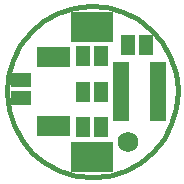
<source format=gts>
G04 (created by PCBNEW-RS274X (2011-05-25)-stable) date Wed 10 Oct 2012 17:52:01 BST*
G01*
G70*
G90*
%MOIN*%
G04 Gerber Fmt 3.4, Leading zero omitted, Abs format*
%FSLAX34Y34*%
G04 APERTURE LIST*
%ADD10C,0.006000*%
%ADD11C,0.015000*%
%ADD12C,0.069200*%
%ADD13R,0.142000X0.102700*%
%ADD14R,0.045000X0.065000*%
%ADD15R,0.065000X0.045000*%
%ADD16R,0.055400X0.043600*%
%ADD17R,0.033700X0.067200*%
G04 APERTURE END LIST*
G54D10*
G54D11*
X39666Y-37205D02*
X39660Y-37262D01*
X39643Y-37317D01*
X39616Y-37368D01*
X39580Y-37413D01*
X39535Y-37450D01*
X39484Y-37477D01*
X39429Y-37494D01*
X39372Y-37500D01*
X39315Y-37495D01*
X39260Y-37479D01*
X39208Y-37452D01*
X39163Y-37416D01*
X39126Y-37372D01*
X39098Y-37321D01*
X39081Y-37266D01*
X39075Y-37209D01*
X39079Y-37152D01*
X39095Y-37097D01*
X39122Y-37045D01*
X39158Y-37000D01*
X39202Y-36962D01*
X39252Y-36934D01*
X39307Y-36916D01*
X39364Y-36910D01*
X39421Y-36914D01*
X39477Y-36930D01*
X39528Y-36956D01*
X39574Y-36991D01*
X39611Y-37035D01*
X39640Y-37085D01*
X39658Y-37140D01*
X39665Y-37197D01*
X39666Y-37205D01*
X39665Y-41536D02*
X39659Y-41593D01*
X39642Y-41648D01*
X39615Y-41699D01*
X39579Y-41743D01*
X39534Y-41780D01*
X39484Y-41807D01*
X39429Y-41824D01*
X39372Y-41830D01*
X39315Y-41825D01*
X39260Y-41809D01*
X39209Y-41782D01*
X39164Y-41746D01*
X39127Y-41702D01*
X39099Y-41652D01*
X39082Y-41597D01*
X39076Y-41540D01*
X39080Y-41483D01*
X39096Y-41428D01*
X39123Y-41377D01*
X39158Y-41332D01*
X39202Y-41294D01*
X39252Y-41266D01*
X39307Y-41248D01*
X39364Y-41242D01*
X39421Y-41246D01*
X39476Y-41261D01*
X39528Y-41287D01*
X39573Y-41323D01*
X39611Y-41366D01*
X39639Y-41417D01*
X39657Y-41471D01*
X39664Y-41528D01*
X39665Y-41536D01*
X42224Y-39370D02*
X42169Y-39924D01*
X42008Y-40457D01*
X41747Y-40949D01*
X41395Y-41381D01*
X40965Y-41736D01*
X40475Y-42000D01*
X39943Y-42165D01*
X39389Y-42223D01*
X38836Y-42173D01*
X38301Y-42016D01*
X37808Y-41758D01*
X37374Y-41409D01*
X37016Y-40982D01*
X36747Y-40494D01*
X36579Y-39963D01*
X36517Y-39409D01*
X36563Y-38855D01*
X36717Y-38320D01*
X36972Y-37824D01*
X37318Y-37388D01*
X37742Y-37027D01*
X38228Y-36755D01*
X38758Y-36583D01*
X39311Y-36517D01*
X39865Y-36560D01*
X40402Y-36710D01*
X40899Y-36961D01*
X41338Y-37304D01*
X41702Y-37725D01*
X41977Y-38210D01*
X42153Y-38738D01*
X42222Y-39291D01*
X42224Y-39370D01*
G54D12*
X40551Y-41043D03*
G54D13*
X39370Y-37205D03*
X39370Y-41535D03*
G54D14*
X39070Y-38189D03*
X39670Y-38189D03*
X39070Y-39370D03*
X39670Y-39370D03*
X39070Y-40551D03*
X39670Y-40551D03*
X40546Y-37795D03*
X41146Y-37795D03*
G54D15*
X37008Y-38972D03*
X37008Y-39572D03*
G54D16*
X41555Y-40157D03*
X41555Y-39763D03*
X41555Y-39370D03*
X41555Y-38977D03*
X41555Y-38583D03*
X40335Y-38583D03*
X40335Y-38977D03*
X40335Y-39370D03*
X40335Y-39763D03*
X40335Y-40157D03*
G54D17*
X37708Y-40521D03*
X37964Y-40521D03*
X38218Y-40521D03*
X38474Y-40521D03*
X38474Y-38219D03*
X38218Y-38219D03*
X37964Y-38219D03*
X37708Y-38219D03*
M02*

</source>
